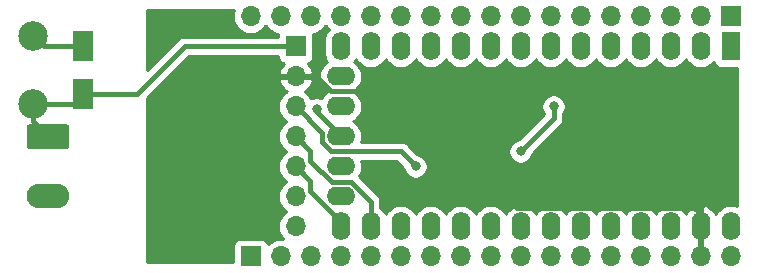
<source format=gbr>
G04 #@! TF.GenerationSoftware,KiCad,Pcbnew,(5.1.4)-1*
G04 #@! TF.CreationDate,2022-02-17T11:55:16+01:00*
G04 #@! TF.ProjectId,ItsyBitsy_BCU_Connector,49747379-4269-4747-9379-5f4243555f43,V01.00*
G04 #@! TF.SameCoordinates,Original*
G04 #@! TF.FileFunction,Copper,L2,Bot*
G04 #@! TF.FilePolarity,Positive*
%FSLAX46Y46*%
G04 Gerber Fmt 4.6, Leading zero omitted, Abs format (unit mm)*
G04 Created by KiCad (PCBNEW (5.1.4)-1) date 2022-02-17 11:55:16*
%MOMM*%
%LPD*%
G04 APERTURE LIST*
%ADD10O,1.700000X1.700000*%
%ADD11R,1.700000X1.700000*%
%ADD12O,3.600000X2.080000*%
%ADD13C,0.100000*%
%ADD14C,2.080000*%
%ADD15C,2.500000*%
%ADD16R,1.800000X2.500000*%
%ADD17O,2.400000X1.600000*%
%ADD18O,1.600000X2.400000*%
%ADD19R,1.600000X2.400000*%
%ADD20C,0.800000*%
%ADD21C,0.400000*%
%ADD22C,0.254000*%
G04 APERTURE END LIST*
D10*
X205740000Y-91440000D03*
X203200000Y-91440000D03*
X200660000Y-91440000D03*
X198120000Y-91440000D03*
X195580000Y-91440000D03*
X193040000Y-91440000D03*
X190500000Y-91440000D03*
X187960000Y-91440000D03*
X185420000Y-91440000D03*
X182880000Y-91440000D03*
X180340000Y-91440000D03*
X177800000Y-91440000D03*
X175260000Y-91440000D03*
X172720000Y-91440000D03*
X170180000Y-91440000D03*
X167640000Y-91440000D03*
D11*
X165100000Y-91440000D03*
D12*
X147955000Y-86360000D03*
D13*
G36*
X149529505Y-80241204D02*
G01*
X149553773Y-80244804D01*
X149577572Y-80250765D01*
X149600671Y-80259030D01*
X149622850Y-80269520D01*
X149643893Y-80282132D01*
X149663599Y-80296747D01*
X149681777Y-80313223D01*
X149698253Y-80331401D01*
X149712868Y-80351107D01*
X149725480Y-80372150D01*
X149735970Y-80394329D01*
X149744235Y-80417428D01*
X149750196Y-80441227D01*
X149753796Y-80465495D01*
X149755000Y-80489999D01*
X149755000Y-82070001D01*
X149753796Y-82094505D01*
X149750196Y-82118773D01*
X149744235Y-82142572D01*
X149735970Y-82165671D01*
X149725480Y-82187850D01*
X149712868Y-82208893D01*
X149698253Y-82228599D01*
X149681777Y-82246777D01*
X149663599Y-82263253D01*
X149643893Y-82277868D01*
X149622850Y-82290480D01*
X149600671Y-82300970D01*
X149577572Y-82309235D01*
X149553773Y-82315196D01*
X149529505Y-82318796D01*
X149505001Y-82320000D01*
X146404999Y-82320000D01*
X146380495Y-82318796D01*
X146356227Y-82315196D01*
X146332428Y-82309235D01*
X146309329Y-82300970D01*
X146287150Y-82290480D01*
X146266107Y-82277868D01*
X146246401Y-82263253D01*
X146228223Y-82246777D01*
X146211747Y-82228599D01*
X146197132Y-82208893D01*
X146184520Y-82187850D01*
X146174030Y-82165671D01*
X146165765Y-82142572D01*
X146159804Y-82118773D01*
X146156204Y-82094505D01*
X146155000Y-82070001D01*
X146155000Y-80489999D01*
X146156204Y-80465495D01*
X146159804Y-80441227D01*
X146165765Y-80417428D01*
X146174030Y-80394329D01*
X146184520Y-80372150D01*
X146197132Y-80351107D01*
X146211747Y-80331401D01*
X146228223Y-80313223D01*
X146246401Y-80296747D01*
X146266107Y-80282132D01*
X146287150Y-80269520D01*
X146309329Y-80259030D01*
X146332428Y-80250765D01*
X146356227Y-80244804D01*
X146380495Y-80241204D01*
X146404999Y-80240000D01*
X149505001Y-80240000D01*
X149529505Y-80241204D01*
X149529505Y-80241204D01*
G37*
D14*
X147955000Y-81280000D03*
D15*
X146666000Y-72746000D03*
X146666000Y-78496000D03*
D10*
X168910000Y-88900000D03*
X168910000Y-86360000D03*
X168910000Y-83820000D03*
X168910000Y-81280000D03*
X168910000Y-78740000D03*
X168910000Y-76200000D03*
D11*
X168910000Y-73660000D03*
D16*
X150876000Y-77660000D03*
X150876000Y-73660000D03*
D17*
X172720000Y-86360000D03*
X172720000Y-83820000D03*
X172720000Y-81280000D03*
X172720000Y-78740000D03*
X172720000Y-76200000D03*
D18*
X205740000Y-88900000D03*
X172720000Y-73660000D03*
X203200000Y-88900000D03*
X175260000Y-73660000D03*
X200660000Y-88900000D03*
X177800000Y-73660000D03*
X198120000Y-88900000D03*
X180340000Y-73660000D03*
X195580000Y-88900000D03*
X182880000Y-73660000D03*
X193040000Y-88900000D03*
X185420000Y-73660000D03*
X190500000Y-88900000D03*
X187960000Y-73660000D03*
X187960000Y-88900000D03*
X190500000Y-73660000D03*
X185420000Y-88900000D03*
X193040000Y-73660000D03*
X182880000Y-88900000D03*
X195580000Y-73660000D03*
X180340000Y-88900000D03*
X198120000Y-73660000D03*
X177800000Y-88900000D03*
X200660000Y-73660000D03*
X175260000Y-88900000D03*
X203200000Y-73660000D03*
X172720000Y-88900000D03*
D19*
X205740000Y-73660000D03*
D10*
X165100000Y-71120000D03*
X167640000Y-71120000D03*
X170180000Y-71120000D03*
X172720000Y-71120000D03*
X175260000Y-71120000D03*
X177800000Y-71120000D03*
X180340000Y-71120000D03*
X182880000Y-71120000D03*
X185420000Y-71120000D03*
X187960000Y-71120000D03*
X190500000Y-71120000D03*
X193040000Y-71120000D03*
X195580000Y-71120000D03*
X198120000Y-71120000D03*
X200660000Y-71120000D03*
X203200000Y-71120000D03*
D11*
X205740000Y-71120000D03*
D20*
X179070000Y-83820000D03*
X187960000Y-82550000D03*
X190754000Y-78740000D03*
X170688000Y-78994000D03*
X202946000Y-83058000D03*
X200406000Y-83021500D03*
X205486000Y-83021500D03*
X182880000Y-77470000D03*
X188595000Y-76835000D03*
X178435000Y-85725000D03*
X189230000Y-85090000D03*
X198120000Y-83185000D03*
X198120000Y-76835000D03*
X160020000Y-78740000D03*
X160020000Y-86995000D03*
X158115000Y-71755000D03*
X161290000Y-71755000D03*
X163830000Y-76835000D03*
X176530000Y-81280000D03*
X194310000Y-86360000D03*
X177165000Y-76835000D03*
D21*
X171119990Y-81777060D02*
X171892930Y-82550000D01*
X168910000Y-78740000D02*
X171119990Y-80949990D01*
X171119990Y-80949990D02*
X171119990Y-81777060D01*
X171892930Y-82550000D02*
X177800000Y-82550000D01*
X177800000Y-82550000D02*
X179070000Y-83820000D01*
X179070000Y-83820000D02*
X179070000Y-83820000D01*
X190754000Y-79756000D02*
X187960000Y-82550000D01*
X190754000Y-78740000D02*
X190754000Y-79756000D01*
X170688000Y-79248000D02*
X172720000Y-81280000D01*
X170688000Y-78994000D02*
X170688000Y-79248000D01*
X172720000Y-88500000D02*
X172720000Y-88900000D01*
X170160001Y-85940001D02*
X172720000Y-88500000D01*
X170160001Y-85070001D02*
X170160001Y-85940001D01*
X168910000Y-83820000D02*
X170160001Y-85070001D01*
X175260000Y-87300000D02*
X175260000Y-88900000D01*
X173617060Y-85159990D02*
X175260000Y-86802930D01*
X175260000Y-86802930D02*
X175260000Y-87300000D01*
X171962920Y-85159990D02*
X173617060Y-85159990D01*
X170160001Y-83357071D02*
X171962920Y-85159990D01*
X170160001Y-82530001D02*
X170160001Y-83357071D01*
X168910000Y-81280000D02*
X170160001Y-82530001D01*
X205486000Y-83021500D02*
X200406000Y-83021500D01*
X202946000Y-88646000D02*
X203200000Y-88900000D01*
X203200000Y-88500000D02*
X203200000Y-88900000D01*
X202615990Y-87299990D02*
X202946000Y-87630000D01*
X202946000Y-87630000D02*
X202946000Y-88646000D01*
X202946000Y-83058000D02*
X202946000Y-87630000D01*
X168910000Y-76200000D02*
X170622930Y-76200000D01*
X170622930Y-76200000D02*
X171892930Y-77470000D01*
X187629990Y-87299990D02*
X202615990Y-87299990D01*
X171892930Y-77470000D02*
X177800000Y-77470000D01*
X177800000Y-77470000D02*
X187629990Y-87299990D01*
X147580000Y-73660000D02*
X146666000Y-72746000D01*
X150876000Y-73660000D02*
X147580000Y-73660000D01*
X150876000Y-77660000D02*
X150876000Y-78486000D01*
X168910000Y-73660000D02*
X159512000Y-73660000D01*
X155512000Y-77660000D02*
X150876000Y-77660000D01*
X159512000Y-73660000D02*
X155512000Y-77660000D01*
X150040000Y-78496000D02*
X150876000Y-77660000D01*
X146666000Y-78496000D02*
X150040000Y-78496000D01*
X146666000Y-79991000D02*
X147955000Y-81280000D01*
X146666000Y-78496000D02*
X146666000Y-79991000D01*
D22*
G36*
X171479294Y-71949014D02*
G01*
X171664866Y-72175134D01*
X171722388Y-72222341D01*
X171700393Y-72240392D01*
X171521068Y-72458899D01*
X171387818Y-72708192D01*
X171305764Y-72978691D01*
X171285000Y-73189508D01*
X171285000Y-74130491D01*
X171305764Y-74341308D01*
X171387818Y-74611807D01*
X171521068Y-74861100D01*
X171600251Y-74957585D01*
X171518899Y-75001068D01*
X171300392Y-75180392D01*
X171121068Y-75398899D01*
X170987818Y-75648192D01*
X170905764Y-75918691D01*
X170878057Y-76200000D01*
X170905764Y-76481309D01*
X170987818Y-76751808D01*
X171121068Y-77001101D01*
X171300392Y-77219608D01*
X171518899Y-77398932D01*
X171651858Y-77470000D01*
X171518899Y-77541068D01*
X171300392Y-77720392D01*
X171121068Y-77938899D01*
X171071088Y-78032404D01*
X170989898Y-77998774D01*
X170789939Y-77959000D01*
X170586061Y-77959000D01*
X170386102Y-77998774D01*
X170231794Y-78062691D01*
X170150706Y-77910986D01*
X169965134Y-77684866D01*
X169739014Y-77499294D01*
X169674477Y-77464799D01*
X169791355Y-77395178D01*
X170007588Y-77200269D01*
X170181641Y-76966920D01*
X170306825Y-76704099D01*
X170351476Y-76556890D01*
X170230155Y-76327000D01*
X169037000Y-76327000D01*
X169037000Y-76347000D01*
X168783000Y-76347000D01*
X168783000Y-76327000D01*
X167589845Y-76327000D01*
X167468524Y-76556890D01*
X167513175Y-76704099D01*
X167638359Y-76966920D01*
X167812412Y-77200269D01*
X168028645Y-77395178D01*
X168145523Y-77464799D01*
X168080986Y-77499294D01*
X167854866Y-77684866D01*
X167669294Y-77910986D01*
X167531401Y-78168966D01*
X167446487Y-78448889D01*
X167417815Y-78740000D01*
X167446487Y-79031111D01*
X167531401Y-79311034D01*
X167669294Y-79569014D01*
X167854866Y-79795134D01*
X168080986Y-79980706D01*
X168135791Y-80010000D01*
X168080986Y-80039294D01*
X167854866Y-80224866D01*
X167669294Y-80450986D01*
X167531401Y-80708966D01*
X167446487Y-80988889D01*
X167417815Y-81280000D01*
X167446487Y-81571111D01*
X167531401Y-81851034D01*
X167669294Y-82109014D01*
X167854866Y-82335134D01*
X168080986Y-82520706D01*
X168135791Y-82550000D01*
X168080986Y-82579294D01*
X167854866Y-82764866D01*
X167669294Y-82990986D01*
X167531401Y-83248966D01*
X167446487Y-83528889D01*
X167417815Y-83820000D01*
X167446487Y-84111111D01*
X167531401Y-84391034D01*
X167669294Y-84649014D01*
X167854866Y-84875134D01*
X168080986Y-85060706D01*
X168135791Y-85090000D01*
X168080986Y-85119294D01*
X167854866Y-85304866D01*
X167669294Y-85530986D01*
X167531401Y-85788966D01*
X167446487Y-86068889D01*
X167417815Y-86360000D01*
X167446487Y-86651111D01*
X167531401Y-86931034D01*
X167669294Y-87189014D01*
X167854866Y-87415134D01*
X168080986Y-87600706D01*
X168135791Y-87630000D01*
X168080986Y-87659294D01*
X167854866Y-87844866D01*
X167669294Y-88070986D01*
X167531401Y-88328966D01*
X167446487Y-88608889D01*
X167417815Y-88900000D01*
X167446487Y-89191111D01*
X167531401Y-89471034D01*
X167669294Y-89729014D01*
X167854866Y-89955134D01*
X167874035Y-89970865D01*
X167712950Y-89955000D01*
X167567050Y-89955000D01*
X167348889Y-89976487D01*
X167068966Y-90061401D01*
X166810986Y-90199294D01*
X166584866Y-90384866D01*
X166560393Y-90414687D01*
X166539502Y-90345820D01*
X166480537Y-90235506D01*
X166401185Y-90138815D01*
X166304494Y-90059463D01*
X166194180Y-90000498D01*
X166074482Y-89964188D01*
X165950000Y-89951928D01*
X164250000Y-89951928D01*
X164125518Y-89964188D01*
X164005820Y-90000498D01*
X163895506Y-90059463D01*
X163798815Y-90138815D01*
X163719463Y-90235506D01*
X163660498Y-90345820D01*
X163624188Y-90465518D01*
X163611928Y-90590000D01*
X163611928Y-91948000D01*
X156337000Y-91948000D01*
X156337000Y-78015867D01*
X159857868Y-74495000D01*
X167421928Y-74495000D01*
X167421928Y-74510000D01*
X167434188Y-74634482D01*
X167470498Y-74754180D01*
X167529463Y-74864494D01*
X167608815Y-74961185D01*
X167705506Y-75040537D01*
X167815820Y-75099502D01*
X167896466Y-75123966D01*
X167812412Y-75199731D01*
X167638359Y-75433080D01*
X167513175Y-75695901D01*
X167468524Y-75843110D01*
X167589845Y-76073000D01*
X168783000Y-76073000D01*
X168783000Y-76053000D01*
X169037000Y-76053000D01*
X169037000Y-76073000D01*
X170230155Y-76073000D01*
X170351476Y-75843110D01*
X170306825Y-75695901D01*
X170181641Y-75433080D01*
X170007588Y-75199731D01*
X169923534Y-75123966D01*
X170004180Y-75099502D01*
X170114494Y-75040537D01*
X170211185Y-74961185D01*
X170290537Y-74864494D01*
X170349502Y-74754180D01*
X170385812Y-74634482D01*
X170398072Y-74510000D01*
X170398072Y-72810000D01*
X170385812Y-72685518D01*
X170358241Y-72594630D01*
X170471111Y-72583513D01*
X170751034Y-72498599D01*
X171009014Y-72360706D01*
X171235134Y-72175134D01*
X171420706Y-71949014D01*
X171450000Y-71894209D01*
X171479294Y-71949014D01*
X171479294Y-71949014D01*
G37*
X171479294Y-71949014D02*
X171664866Y-72175134D01*
X171722388Y-72222341D01*
X171700393Y-72240392D01*
X171521068Y-72458899D01*
X171387818Y-72708192D01*
X171305764Y-72978691D01*
X171285000Y-73189508D01*
X171285000Y-74130491D01*
X171305764Y-74341308D01*
X171387818Y-74611807D01*
X171521068Y-74861100D01*
X171600251Y-74957585D01*
X171518899Y-75001068D01*
X171300392Y-75180392D01*
X171121068Y-75398899D01*
X170987818Y-75648192D01*
X170905764Y-75918691D01*
X170878057Y-76200000D01*
X170905764Y-76481309D01*
X170987818Y-76751808D01*
X171121068Y-77001101D01*
X171300392Y-77219608D01*
X171518899Y-77398932D01*
X171651858Y-77470000D01*
X171518899Y-77541068D01*
X171300392Y-77720392D01*
X171121068Y-77938899D01*
X171071088Y-78032404D01*
X170989898Y-77998774D01*
X170789939Y-77959000D01*
X170586061Y-77959000D01*
X170386102Y-77998774D01*
X170231794Y-78062691D01*
X170150706Y-77910986D01*
X169965134Y-77684866D01*
X169739014Y-77499294D01*
X169674477Y-77464799D01*
X169791355Y-77395178D01*
X170007588Y-77200269D01*
X170181641Y-76966920D01*
X170306825Y-76704099D01*
X170351476Y-76556890D01*
X170230155Y-76327000D01*
X169037000Y-76327000D01*
X169037000Y-76347000D01*
X168783000Y-76347000D01*
X168783000Y-76327000D01*
X167589845Y-76327000D01*
X167468524Y-76556890D01*
X167513175Y-76704099D01*
X167638359Y-76966920D01*
X167812412Y-77200269D01*
X168028645Y-77395178D01*
X168145523Y-77464799D01*
X168080986Y-77499294D01*
X167854866Y-77684866D01*
X167669294Y-77910986D01*
X167531401Y-78168966D01*
X167446487Y-78448889D01*
X167417815Y-78740000D01*
X167446487Y-79031111D01*
X167531401Y-79311034D01*
X167669294Y-79569014D01*
X167854866Y-79795134D01*
X168080986Y-79980706D01*
X168135791Y-80010000D01*
X168080986Y-80039294D01*
X167854866Y-80224866D01*
X167669294Y-80450986D01*
X167531401Y-80708966D01*
X167446487Y-80988889D01*
X167417815Y-81280000D01*
X167446487Y-81571111D01*
X167531401Y-81851034D01*
X167669294Y-82109014D01*
X167854866Y-82335134D01*
X168080986Y-82520706D01*
X168135791Y-82550000D01*
X168080986Y-82579294D01*
X167854866Y-82764866D01*
X167669294Y-82990986D01*
X167531401Y-83248966D01*
X167446487Y-83528889D01*
X167417815Y-83820000D01*
X167446487Y-84111111D01*
X167531401Y-84391034D01*
X167669294Y-84649014D01*
X167854866Y-84875134D01*
X168080986Y-85060706D01*
X168135791Y-85090000D01*
X168080986Y-85119294D01*
X167854866Y-85304866D01*
X167669294Y-85530986D01*
X167531401Y-85788966D01*
X167446487Y-86068889D01*
X167417815Y-86360000D01*
X167446487Y-86651111D01*
X167531401Y-86931034D01*
X167669294Y-87189014D01*
X167854866Y-87415134D01*
X168080986Y-87600706D01*
X168135791Y-87630000D01*
X168080986Y-87659294D01*
X167854866Y-87844866D01*
X167669294Y-88070986D01*
X167531401Y-88328966D01*
X167446487Y-88608889D01*
X167417815Y-88900000D01*
X167446487Y-89191111D01*
X167531401Y-89471034D01*
X167669294Y-89729014D01*
X167854866Y-89955134D01*
X167874035Y-89970865D01*
X167712950Y-89955000D01*
X167567050Y-89955000D01*
X167348889Y-89976487D01*
X167068966Y-90061401D01*
X166810986Y-90199294D01*
X166584866Y-90384866D01*
X166560393Y-90414687D01*
X166539502Y-90345820D01*
X166480537Y-90235506D01*
X166401185Y-90138815D01*
X166304494Y-90059463D01*
X166194180Y-90000498D01*
X166074482Y-89964188D01*
X165950000Y-89951928D01*
X164250000Y-89951928D01*
X164125518Y-89964188D01*
X164005820Y-90000498D01*
X163895506Y-90059463D01*
X163798815Y-90138815D01*
X163719463Y-90235506D01*
X163660498Y-90345820D01*
X163624188Y-90465518D01*
X163611928Y-90590000D01*
X163611928Y-91948000D01*
X156337000Y-91948000D01*
X156337000Y-78015867D01*
X159857868Y-74495000D01*
X167421928Y-74495000D01*
X167421928Y-74510000D01*
X167434188Y-74634482D01*
X167470498Y-74754180D01*
X167529463Y-74864494D01*
X167608815Y-74961185D01*
X167705506Y-75040537D01*
X167815820Y-75099502D01*
X167896466Y-75123966D01*
X167812412Y-75199731D01*
X167638359Y-75433080D01*
X167513175Y-75695901D01*
X167468524Y-75843110D01*
X167589845Y-76073000D01*
X168783000Y-76073000D01*
X168783000Y-76053000D01*
X169037000Y-76053000D01*
X169037000Y-76073000D01*
X170230155Y-76073000D01*
X170351476Y-75843110D01*
X170306825Y-75695901D01*
X170181641Y-75433080D01*
X170007588Y-75199731D01*
X169923534Y-75123966D01*
X170004180Y-75099502D01*
X170114494Y-75040537D01*
X170211185Y-74961185D01*
X170290537Y-74864494D01*
X170349502Y-74754180D01*
X170385812Y-74634482D01*
X170398072Y-74510000D01*
X170398072Y-72810000D01*
X170385812Y-72685518D01*
X170358241Y-72594630D01*
X170471111Y-72583513D01*
X170751034Y-72498599D01*
X171009014Y-72360706D01*
X171235134Y-72175134D01*
X171420706Y-71949014D01*
X171450000Y-71894209D01*
X171479294Y-71949014D01*
G36*
X202001068Y-74861100D02*
G01*
X202180392Y-75079607D01*
X202398899Y-75258932D01*
X202648192Y-75392182D01*
X202918691Y-75474236D01*
X203200000Y-75501943D01*
X203481308Y-75474236D01*
X203751807Y-75392182D01*
X204001100Y-75258932D01*
X204219607Y-75079608D01*
X204312419Y-74966517D01*
X204314188Y-74984482D01*
X204350498Y-75104180D01*
X204409463Y-75214494D01*
X204488815Y-75311185D01*
X204585506Y-75390537D01*
X204695820Y-75449502D01*
X204815518Y-75485812D01*
X204940000Y-75498072D01*
X206248000Y-75498072D01*
X206248000Y-87154529D01*
X206021309Y-87085764D01*
X205740000Y-87058057D01*
X205458692Y-87085764D01*
X205188193Y-87167818D01*
X204938900Y-87301068D01*
X204720393Y-87480392D01*
X204541068Y-87698899D01*
X204472735Y-87826741D01*
X204322601Y-87597161D01*
X204124895Y-87395500D01*
X203891646Y-87236285D01*
X203631818Y-87125633D01*
X203549039Y-87108096D01*
X203327000Y-87230085D01*
X203327000Y-88773000D01*
X203347000Y-88773000D01*
X203347000Y-89027000D01*
X203327000Y-89027000D01*
X203327000Y-91313000D01*
X203347000Y-91313000D01*
X203347000Y-91567000D01*
X203327000Y-91567000D01*
X203327000Y-91587000D01*
X203073000Y-91587000D01*
X203073000Y-91567000D01*
X203053000Y-91567000D01*
X203053000Y-91313000D01*
X203073000Y-91313000D01*
X203073000Y-89027000D01*
X203053000Y-89027000D01*
X203053000Y-88773000D01*
X203073000Y-88773000D01*
X203073000Y-87230085D01*
X202850961Y-87108096D01*
X202768182Y-87125633D01*
X202508354Y-87236285D01*
X202275105Y-87395500D01*
X202077399Y-87597161D01*
X201927265Y-87826741D01*
X201858932Y-87698899D01*
X201679608Y-87480392D01*
X201461101Y-87301068D01*
X201211808Y-87167818D01*
X200941309Y-87085764D01*
X200660000Y-87058057D01*
X200378692Y-87085764D01*
X200108193Y-87167818D01*
X199858900Y-87301068D01*
X199640393Y-87480392D01*
X199461068Y-87698899D01*
X199390000Y-87831858D01*
X199318932Y-87698899D01*
X199139608Y-87480392D01*
X198921101Y-87301068D01*
X198671808Y-87167818D01*
X198401309Y-87085764D01*
X198120000Y-87058057D01*
X197838692Y-87085764D01*
X197568193Y-87167818D01*
X197318900Y-87301068D01*
X197100393Y-87480392D01*
X196921068Y-87698899D01*
X196850000Y-87831858D01*
X196778932Y-87698899D01*
X196599608Y-87480392D01*
X196381101Y-87301068D01*
X196131808Y-87167818D01*
X195861309Y-87085764D01*
X195580000Y-87058057D01*
X195298692Y-87085764D01*
X195028193Y-87167818D01*
X194778900Y-87301068D01*
X194560393Y-87480392D01*
X194381068Y-87698899D01*
X194310000Y-87831858D01*
X194238932Y-87698899D01*
X194059608Y-87480392D01*
X193841101Y-87301068D01*
X193591808Y-87167818D01*
X193321309Y-87085764D01*
X193040000Y-87058057D01*
X192758692Y-87085764D01*
X192488193Y-87167818D01*
X192238900Y-87301068D01*
X192020393Y-87480392D01*
X191841068Y-87698899D01*
X191770000Y-87831858D01*
X191698932Y-87698899D01*
X191519608Y-87480392D01*
X191301101Y-87301068D01*
X191051808Y-87167818D01*
X190781309Y-87085764D01*
X190500000Y-87058057D01*
X190218692Y-87085764D01*
X189948193Y-87167818D01*
X189698900Y-87301068D01*
X189480393Y-87480392D01*
X189301068Y-87698899D01*
X189230000Y-87831858D01*
X189158932Y-87698899D01*
X188979608Y-87480392D01*
X188761101Y-87301068D01*
X188511808Y-87167818D01*
X188241309Y-87085764D01*
X187960000Y-87058057D01*
X187678692Y-87085764D01*
X187408193Y-87167818D01*
X187158900Y-87301068D01*
X186940393Y-87480392D01*
X186761068Y-87698899D01*
X186690000Y-87831858D01*
X186618932Y-87698899D01*
X186439608Y-87480392D01*
X186221101Y-87301068D01*
X185971808Y-87167818D01*
X185701309Y-87085764D01*
X185420000Y-87058057D01*
X185138692Y-87085764D01*
X184868193Y-87167818D01*
X184618900Y-87301068D01*
X184400393Y-87480392D01*
X184221068Y-87698899D01*
X184150000Y-87831858D01*
X184078932Y-87698899D01*
X183899608Y-87480392D01*
X183681101Y-87301068D01*
X183431808Y-87167818D01*
X183161309Y-87085764D01*
X182880000Y-87058057D01*
X182598692Y-87085764D01*
X182328193Y-87167818D01*
X182078900Y-87301068D01*
X181860393Y-87480392D01*
X181681068Y-87698899D01*
X181610000Y-87831858D01*
X181538932Y-87698899D01*
X181359608Y-87480392D01*
X181141101Y-87301068D01*
X180891808Y-87167818D01*
X180621309Y-87085764D01*
X180340000Y-87058057D01*
X180058692Y-87085764D01*
X179788193Y-87167818D01*
X179538900Y-87301068D01*
X179320393Y-87480392D01*
X179141068Y-87698899D01*
X179070000Y-87831858D01*
X178998932Y-87698899D01*
X178819608Y-87480392D01*
X178601101Y-87301068D01*
X178351808Y-87167818D01*
X178081309Y-87085764D01*
X177800000Y-87058057D01*
X177518692Y-87085764D01*
X177248193Y-87167818D01*
X176998900Y-87301068D01*
X176780393Y-87480392D01*
X176601068Y-87698899D01*
X176530000Y-87831858D01*
X176458932Y-87698899D01*
X176279608Y-87480392D01*
X176095000Y-87328888D01*
X176095000Y-86843948D01*
X176099040Y-86802929D01*
X176082918Y-86639241D01*
X176035172Y-86481843D01*
X175957636Y-86336784D01*
X175895513Y-86261087D01*
X175853291Y-86209639D01*
X175821428Y-86183490D01*
X174291935Y-84653997D01*
X174318932Y-84621101D01*
X174452182Y-84371808D01*
X174534236Y-84101309D01*
X174561943Y-83820000D01*
X174534236Y-83538691D01*
X174487615Y-83385000D01*
X177454133Y-83385000D01*
X178045908Y-83976775D01*
X178074774Y-84121898D01*
X178152795Y-84310256D01*
X178266063Y-84479774D01*
X178410226Y-84623937D01*
X178579744Y-84737205D01*
X178768102Y-84815226D01*
X178968061Y-84855000D01*
X179171939Y-84855000D01*
X179371898Y-84815226D01*
X179560256Y-84737205D01*
X179729774Y-84623937D01*
X179873937Y-84479774D01*
X179987205Y-84310256D01*
X180065226Y-84121898D01*
X180105000Y-83921939D01*
X180105000Y-83718061D01*
X180065226Y-83518102D01*
X179987205Y-83329744D01*
X179873937Y-83160226D01*
X179729774Y-83016063D01*
X179560256Y-82902795D01*
X179371898Y-82824774D01*
X179226775Y-82795908D01*
X178878928Y-82448061D01*
X186925000Y-82448061D01*
X186925000Y-82651939D01*
X186964774Y-82851898D01*
X187042795Y-83040256D01*
X187156063Y-83209774D01*
X187300226Y-83353937D01*
X187469744Y-83467205D01*
X187658102Y-83545226D01*
X187858061Y-83585000D01*
X188061939Y-83585000D01*
X188261898Y-83545226D01*
X188450256Y-83467205D01*
X188619774Y-83353937D01*
X188763937Y-83209774D01*
X188877205Y-83040256D01*
X188955226Y-82851898D01*
X188984093Y-82706775D01*
X191315432Y-80375437D01*
X191347291Y-80349291D01*
X191420249Y-80260392D01*
X191451636Y-80222146D01*
X191529172Y-80077087D01*
X191569047Y-79945636D01*
X191576918Y-79919689D01*
X191589000Y-79797019D01*
X191589000Y-79797018D01*
X191593040Y-79756000D01*
X191589000Y-79714982D01*
X191589000Y-79353285D01*
X191671205Y-79230256D01*
X191749226Y-79041898D01*
X191789000Y-78841939D01*
X191789000Y-78638061D01*
X191749226Y-78438102D01*
X191671205Y-78249744D01*
X191557937Y-78080226D01*
X191413774Y-77936063D01*
X191244256Y-77822795D01*
X191055898Y-77744774D01*
X190855939Y-77705000D01*
X190652061Y-77705000D01*
X190452102Y-77744774D01*
X190263744Y-77822795D01*
X190094226Y-77936063D01*
X189950063Y-78080226D01*
X189836795Y-78249744D01*
X189758774Y-78438102D01*
X189719000Y-78638061D01*
X189719000Y-78841939D01*
X189758774Y-79041898D01*
X189836795Y-79230256D01*
X189919001Y-79353286D01*
X189919001Y-79410131D01*
X187803225Y-81525907D01*
X187658102Y-81554774D01*
X187469744Y-81632795D01*
X187300226Y-81746063D01*
X187156063Y-81890226D01*
X187042795Y-82059744D01*
X186964774Y-82248102D01*
X186925000Y-82448061D01*
X178878928Y-82448061D01*
X178419446Y-81988579D01*
X178393291Y-81956709D01*
X178266146Y-81852364D01*
X178121087Y-81774828D01*
X177963689Y-81727082D01*
X177841019Y-81715000D01*
X177841018Y-81715000D01*
X177800000Y-81710960D01*
X177758982Y-81715000D01*
X174487615Y-81715000D01*
X174534236Y-81561309D01*
X174561943Y-81280000D01*
X174534236Y-80998691D01*
X174452182Y-80728192D01*
X174318932Y-80478899D01*
X174139608Y-80260392D01*
X173921101Y-80081068D01*
X173788142Y-80010000D01*
X173921101Y-79938932D01*
X174139608Y-79759608D01*
X174318932Y-79541101D01*
X174452182Y-79291808D01*
X174534236Y-79021309D01*
X174561943Y-78740000D01*
X174534236Y-78458691D01*
X174452182Y-78188192D01*
X174318932Y-77938899D01*
X174139608Y-77720392D01*
X173921101Y-77541068D01*
X173788142Y-77470000D01*
X173921101Y-77398932D01*
X174139608Y-77219608D01*
X174318932Y-77001101D01*
X174452182Y-76751808D01*
X174534236Y-76481309D01*
X174561943Y-76200000D01*
X174534236Y-75918691D01*
X174452182Y-75648192D01*
X174318932Y-75398899D01*
X174139608Y-75180392D01*
X173921101Y-75001068D01*
X173839749Y-74957585D01*
X173918932Y-74861101D01*
X173990000Y-74728142D01*
X174061068Y-74861100D01*
X174240392Y-75079607D01*
X174458899Y-75258932D01*
X174708192Y-75392182D01*
X174978691Y-75474236D01*
X175260000Y-75501943D01*
X175541308Y-75474236D01*
X175811807Y-75392182D01*
X176061100Y-75258932D01*
X176279607Y-75079608D01*
X176458932Y-74861101D01*
X176530000Y-74728142D01*
X176601068Y-74861100D01*
X176780392Y-75079607D01*
X176998899Y-75258932D01*
X177248192Y-75392182D01*
X177518691Y-75474236D01*
X177800000Y-75501943D01*
X178081308Y-75474236D01*
X178351807Y-75392182D01*
X178601100Y-75258932D01*
X178819607Y-75079608D01*
X178998932Y-74861101D01*
X179070000Y-74728142D01*
X179141068Y-74861100D01*
X179320392Y-75079607D01*
X179538899Y-75258932D01*
X179788192Y-75392182D01*
X180058691Y-75474236D01*
X180340000Y-75501943D01*
X180621308Y-75474236D01*
X180891807Y-75392182D01*
X181141100Y-75258932D01*
X181359607Y-75079608D01*
X181538932Y-74861101D01*
X181610000Y-74728142D01*
X181681068Y-74861100D01*
X181860392Y-75079607D01*
X182078899Y-75258932D01*
X182328192Y-75392182D01*
X182598691Y-75474236D01*
X182880000Y-75501943D01*
X183161308Y-75474236D01*
X183431807Y-75392182D01*
X183681100Y-75258932D01*
X183899607Y-75079608D01*
X184078932Y-74861101D01*
X184150000Y-74728142D01*
X184221068Y-74861100D01*
X184400392Y-75079607D01*
X184618899Y-75258932D01*
X184868192Y-75392182D01*
X185138691Y-75474236D01*
X185420000Y-75501943D01*
X185701308Y-75474236D01*
X185971807Y-75392182D01*
X186221100Y-75258932D01*
X186439607Y-75079608D01*
X186618932Y-74861101D01*
X186690000Y-74728142D01*
X186761068Y-74861100D01*
X186940392Y-75079607D01*
X187158899Y-75258932D01*
X187408192Y-75392182D01*
X187678691Y-75474236D01*
X187960000Y-75501943D01*
X188241308Y-75474236D01*
X188511807Y-75392182D01*
X188761100Y-75258932D01*
X188979607Y-75079608D01*
X189158932Y-74861101D01*
X189230000Y-74728142D01*
X189301068Y-74861100D01*
X189480392Y-75079607D01*
X189698899Y-75258932D01*
X189948192Y-75392182D01*
X190218691Y-75474236D01*
X190500000Y-75501943D01*
X190781308Y-75474236D01*
X191051807Y-75392182D01*
X191301100Y-75258932D01*
X191519607Y-75079608D01*
X191698932Y-74861101D01*
X191770000Y-74728142D01*
X191841068Y-74861100D01*
X192020392Y-75079607D01*
X192238899Y-75258932D01*
X192488192Y-75392182D01*
X192758691Y-75474236D01*
X193040000Y-75501943D01*
X193321308Y-75474236D01*
X193591807Y-75392182D01*
X193841100Y-75258932D01*
X194059607Y-75079608D01*
X194238932Y-74861101D01*
X194310000Y-74728142D01*
X194381068Y-74861100D01*
X194560392Y-75079607D01*
X194778899Y-75258932D01*
X195028192Y-75392182D01*
X195298691Y-75474236D01*
X195580000Y-75501943D01*
X195861308Y-75474236D01*
X196131807Y-75392182D01*
X196381100Y-75258932D01*
X196599607Y-75079608D01*
X196778932Y-74861101D01*
X196850000Y-74728142D01*
X196921068Y-74861100D01*
X197100392Y-75079607D01*
X197318899Y-75258932D01*
X197568192Y-75392182D01*
X197838691Y-75474236D01*
X198120000Y-75501943D01*
X198401308Y-75474236D01*
X198671807Y-75392182D01*
X198921100Y-75258932D01*
X199139607Y-75079608D01*
X199318932Y-74861101D01*
X199390000Y-74728142D01*
X199461068Y-74861100D01*
X199640392Y-75079607D01*
X199858899Y-75258932D01*
X200108192Y-75392182D01*
X200378691Y-75474236D01*
X200660000Y-75501943D01*
X200941308Y-75474236D01*
X201211807Y-75392182D01*
X201461100Y-75258932D01*
X201679607Y-75079608D01*
X201858932Y-74861101D01*
X201930000Y-74728142D01*
X202001068Y-74861100D01*
X202001068Y-74861100D01*
G37*
X202001068Y-74861100D02*
X202180392Y-75079607D01*
X202398899Y-75258932D01*
X202648192Y-75392182D01*
X202918691Y-75474236D01*
X203200000Y-75501943D01*
X203481308Y-75474236D01*
X203751807Y-75392182D01*
X204001100Y-75258932D01*
X204219607Y-75079608D01*
X204312419Y-74966517D01*
X204314188Y-74984482D01*
X204350498Y-75104180D01*
X204409463Y-75214494D01*
X204488815Y-75311185D01*
X204585506Y-75390537D01*
X204695820Y-75449502D01*
X204815518Y-75485812D01*
X204940000Y-75498072D01*
X206248000Y-75498072D01*
X206248000Y-87154529D01*
X206021309Y-87085764D01*
X205740000Y-87058057D01*
X205458692Y-87085764D01*
X205188193Y-87167818D01*
X204938900Y-87301068D01*
X204720393Y-87480392D01*
X204541068Y-87698899D01*
X204472735Y-87826741D01*
X204322601Y-87597161D01*
X204124895Y-87395500D01*
X203891646Y-87236285D01*
X203631818Y-87125633D01*
X203549039Y-87108096D01*
X203327000Y-87230085D01*
X203327000Y-88773000D01*
X203347000Y-88773000D01*
X203347000Y-89027000D01*
X203327000Y-89027000D01*
X203327000Y-91313000D01*
X203347000Y-91313000D01*
X203347000Y-91567000D01*
X203327000Y-91567000D01*
X203327000Y-91587000D01*
X203073000Y-91587000D01*
X203073000Y-91567000D01*
X203053000Y-91567000D01*
X203053000Y-91313000D01*
X203073000Y-91313000D01*
X203073000Y-89027000D01*
X203053000Y-89027000D01*
X203053000Y-88773000D01*
X203073000Y-88773000D01*
X203073000Y-87230085D01*
X202850961Y-87108096D01*
X202768182Y-87125633D01*
X202508354Y-87236285D01*
X202275105Y-87395500D01*
X202077399Y-87597161D01*
X201927265Y-87826741D01*
X201858932Y-87698899D01*
X201679608Y-87480392D01*
X201461101Y-87301068D01*
X201211808Y-87167818D01*
X200941309Y-87085764D01*
X200660000Y-87058057D01*
X200378692Y-87085764D01*
X200108193Y-87167818D01*
X199858900Y-87301068D01*
X199640393Y-87480392D01*
X199461068Y-87698899D01*
X199390000Y-87831858D01*
X199318932Y-87698899D01*
X199139608Y-87480392D01*
X198921101Y-87301068D01*
X198671808Y-87167818D01*
X198401309Y-87085764D01*
X198120000Y-87058057D01*
X197838692Y-87085764D01*
X197568193Y-87167818D01*
X197318900Y-87301068D01*
X197100393Y-87480392D01*
X196921068Y-87698899D01*
X196850000Y-87831858D01*
X196778932Y-87698899D01*
X196599608Y-87480392D01*
X196381101Y-87301068D01*
X196131808Y-87167818D01*
X195861309Y-87085764D01*
X195580000Y-87058057D01*
X195298692Y-87085764D01*
X195028193Y-87167818D01*
X194778900Y-87301068D01*
X194560393Y-87480392D01*
X194381068Y-87698899D01*
X194310000Y-87831858D01*
X194238932Y-87698899D01*
X194059608Y-87480392D01*
X193841101Y-87301068D01*
X193591808Y-87167818D01*
X193321309Y-87085764D01*
X193040000Y-87058057D01*
X192758692Y-87085764D01*
X192488193Y-87167818D01*
X192238900Y-87301068D01*
X192020393Y-87480392D01*
X191841068Y-87698899D01*
X191770000Y-87831858D01*
X191698932Y-87698899D01*
X191519608Y-87480392D01*
X191301101Y-87301068D01*
X191051808Y-87167818D01*
X190781309Y-87085764D01*
X190500000Y-87058057D01*
X190218692Y-87085764D01*
X189948193Y-87167818D01*
X189698900Y-87301068D01*
X189480393Y-87480392D01*
X189301068Y-87698899D01*
X189230000Y-87831858D01*
X189158932Y-87698899D01*
X188979608Y-87480392D01*
X188761101Y-87301068D01*
X188511808Y-87167818D01*
X188241309Y-87085764D01*
X187960000Y-87058057D01*
X187678692Y-87085764D01*
X187408193Y-87167818D01*
X187158900Y-87301068D01*
X186940393Y-87480392D01*
X186761068Y-87698899D01*
X186690000Y-87831858D01*
X186618932Y-87698899D01*
X186439608Y-87480392D01*
X186221101Y-87301068D01*
X185971808Y-87167818D01*
X185701309Y-87085764D01*
X185420000Y-87058057D01*
X185138692Y-87085764D01*
X184868193Y-87167818D01*
X184618900Y-87301068D01*
X184400393Y-87480392D01*
X184221068Y-87698899D01*
X184150000Y-87831858D01*
X184078932Y-87698899D01*
X183899608Y-87480392D01*
X183681101Y-87301068D01*
X183431808Y-87167818D01*
X183161309Y-87085764D01*
X182880000Y-87058057D01*
X182598692Y-87085764D01*
X182328193Y-87167818D01*
X182078900Y-87301068D01*
X181860393Y-87480392D01*
X181681068Y-87698899D01*
X181610000Y-87831858D01*
X181538932Y-87698899D01*
X181359608Y-87480392D01*
X181141101Y-87301068D01*
X180891808Y-87167818D01*
X180621309Y-87085764D01*
X180340000Y-87058057D01*
X180058692Y-87085764D01*
X179788193Y-87167818D01*
X179538900Y-87301068D01*
X179320393Y-87480392D01*
X179141068Y-87698899D01*
X179070000Y-87831858D01*
X178998932Y-87698899D01*
X178819608Y-87480392D01*
X178601101Y-87301068D01*
X178351808Y-87167818D01*
X178081309Y-87085764D01*
X177800000Y-87058057D01*
X177518692Y-87085764D01*
X177248193Y-87167818D01*
X176998900Y-87301068D01*
X176780393Y-87480392D01*
X176601068Y-87698899D01*
X176530000Y-87831858D01*
X176458932Y-87698899D01*
X176279608Y-87480392D01*
X176095000Y-87328888D01*
X176095000Y-86843948D01*
X176099040Y-86802929D01*
X176082918Y-86639241D01*
X176035172Y-86481843D01*
X175957636Y-86336784D01*
X175895513Y-86261087D01*
X175853291Y-86209639D01*
X175821428Y-86183490D01*
X174291935Y-84653997D01*
X174318932Y-84621101D01*
X174452182Y-84371808D01*
X174534236Y-84101309D01*
X174561943Y-83820000D01*
X174534236Y-83538691D01*
X174487615Y-83385000D01*
X177454133Y-83385000D01*
X178045908Y-83976775D01*
X178074774Y-84121898D01*
X178152795Y-84310256D01*
X178266063Y-84479774D01*
X178410226Y-84623937D01*
X178579744Y-84737205D01*
X178768102Y-84815226D01*
X178968061Y-84855000D01*
X179171939Y-84855000D01*
X179371898Y-84815226D01*
X179560256Y-84737205D01*
X179729774Y-84623937D01*
X179873937Y-84479774D01*
X179987205Y-84310256D01*
X180065226Y-84121898D01*
X180105000Y-83921939D01*
X180105000Y-83718061D01*
X180065226Y-83518102D01*
X179987205Y-83329744D01*
X179873937Y-83160226D01*
X179729774Y-83016063D01*
X179560256Y-82902795D01*
X179371898Y-82824774D01*
X179226775Y-82795908D01*
X178878928Y-82448061D01*
X186925000Y-82448061D01*
X186925000Y-82651939D01*
X186964774Y-82851898D01*
X187042795Y-83040256D01*
X187156063Y-83209774D01*
X187300226Y-83353937D01*
X187469744Y-83467205D01*
X187658102Y-83545226D01*
X187858061Y-83585000D01*
X188061939Y-83585000D01*
X188261898Y-83545226D01*
X188450256Y-83467205D01*
X188619774Y-83353937D01*
X188763937Y-83209774D01*
X188877205Y-83040256D01*
X188955226Y-82851898D01*
X188984093Y-82706775D01*
X191315432Y-80375437D01*
X191347291Y-80349291D01*
X191420249Y-80260392D01*
X191451636Y-80222146D01*
X191529172Y-80077087D01*
X191569047Y-79945636D01*
X191576918Y-79919689D01*
X191589000Y-79797019D01*
X191589000Y-79797018D01*
X191593040Y-79756000D01*
X191589000Y-79714982D01*
X191589000Y-79353285D01*
X191671205Y-79230256D01*
X191749226Y-79041898D01*
X191789000Y-78841939D01*
X191789000Y-78638061D01*
X191749226Y-78438102D01*
X191671205Y-78249744D01*
X191557937Y-78080226D01*
X191413774Y-77936063D01*
X191244256Y-77822795D01*
X191055898Y-77744774D01*
X190855939Y-77705000D01*
X190652061Y-77705000D01*
X190452102Y-77744774D01*
X190263744Y-77822795D01*
X190094226Y-77936063D01*
X189950063Y-78080226D01*
X189836795Y-78249744D01*
X189758774Y-78438102D01*
X189719000Y-78638061D01*
X189719000Y-78841939D01*
X189758774Y-79041898D01*
X189836795Y-79230256D01*
X189919001Y-79353286D01*
X189919001Y-79410131D01*
X187803225Y-81525907D01*
X187658102Y-81554774D01*
X187469744Y-81632795D01*
X187300226Y-81746063D01*
X187156063Y-81890226D01*
X187042795Y-82059744D01*
X186964774Y-82248102D01*
X186925000Y-82448061D01*
X178878928Y-82448061D01*
X178419446Y-81988579D01*
X178393291Y-81956709D01*
X178266146Y-81852364D01*
X178121087Y-81774828D01*
X177963689Y-81727082D01*
X177841019Y-81715000D01*
X177841018Y-81715000D01*
X177800000Y-81710960D01*
X177758982Y-81715000D01*
X174487615Y-81715000D01*
X174534236Y-81561309D01*
X174561943Y-81280000D01*
X174534236Y-80998691D01*
X174452182Y-80728192D01*
X174318932Y-80478899D01*
X174139608Y-80260392D01*
X173921101Y-80081068D01*
X173788142Y-80010000D01*
X173921101Y-79938932D01*
X174139608Y-79759608D01*
X174318932Y-79541101D01*
X174452182Y-79291808D01*
X174534236Y-79021309D01*
X174561943Y-78740000D01*
X174534236Y-78458691D01*
X174452182Y-78188192D01*
X174318932Y-77938899D01*
X174139608Y-77720392D01*
X173921101Y-77541068D01*
X173788142Y-77470000D01*
X173921101Y-77398932D01*
X174139608Y-77219608D01*
X174318932Y-77001101D01*
X174452182Y-76751808D01*
X174534236Y-76481309D01*
X174561943Y-76200000D01*
X174534236Y-75918691D01*
X174452182Y-75648192D01*
X174318932Y-75398899D01*
X174139608Y-75180392D01*
X173921101Y-75001068D01*
X173839749Y-74957585D01*
X173918932Y-74861101D01*
X173990000Y-74728142D01*
X174061068Y-74861100D01*
X174240392Y-75079607D01*
X174458899Y-75258932D01*
X174708192Y-75392182D01*
X174978691Y-75474236D01*
X175260000Y-75501943D01*
X175541308Y-75474236D01*
X175811807Y-75392182D01*
X176061100Y-75258932D01*
X176279607Y-75079608D01*
X176458932Y-74861101D01*
X176530000Y-74728142D01*
X176601068Y-74861100D01*
X176780392Y-75079607D01*
X176998899Y-75258932D01*
X177248192Y-75392182D01*
X177518691Y-75474236D01*
X177800000Y-75501943D01*
X178081308Y-75474236D01*
X178351807Y-75392182D01*
X178601100Y-75258932D01*
X178819607Y-75079608D01*
X178998932Y-74861101D01*
X179070000Y-74728142D01*
X179141068Y-74861100D01*
X179320392Y-75079607D01*
X179538899Y-75258932D01*
X179788192Y-75392182D01*
X180058691Y-75474236D01*
X180340000Y-75501943D01*
X180621308Y-75474236D01*
X180891807Y-75392182D01*
X181141100Y-75258932D01*
X181359607Y-75079608D01*
X181538932Y-74861101D01*
X181610000Y-74728142D01*
X181681068Y-74861100D01*
X181860392Y-75079607D01*
X182078899Y-75258932D01*
X182328192Y-75392182D01*
X182598691Y-75474236D01*
X182880000Y-75501943D01*
X183161308Y-75474236D01*
X183431807Y-75392182D01*
X183681100Y-75258932D01*
X183899607Y-75079608D01*
X184078932Y-74861101D01*
X184150000Y-74728142D01*
X184221068Y-74861100D01*
X184400392Y-75079607D01*
X184618899Y-75258932D01*
X184868192Y-75392182D01*
X185138691Y-75474236D01*
X185420000Y-75501943D01*
X185701308Y-75474236D01*
X185971807Y-75392182D01*
X186221100Y-75258932D01*
X186439607Y-75079608D01*
X186618932Y-74861101D01*
X186690000Y-74728142D01*
X186761068Y-74861100D01*
X186940392Y-75079607D01*
X187158899Y-75258932D01*
X187408192Y-75392182D01*
X187678691Y-75474236D01*
X187960000Y-75501943D01*
X188241308Y-75474236D01*
X188511807Y-75392182D01*
X188761100Y-75258932D01*
X188979607Y-75079608D01*
X189158932Y-74861101D01*
X189230000Y-74728142D01*
X189301068Y-74861100D01*
X189480392Y-75079607D01*
X189698899Y-75258932D01*
X189948192Y-75392182D01*
X190218691Y-75474236D01*
X190500000Y-75501943D01*
X190781308Y-75474236D01*
X191051807Y-75392182D01*
X191301100Y-75258932D01*
X191519607Y-75079608D01*
X191698932Y-74861101D01*
X191770000Y-74728142D01*
X191841068Y-74861100D01*
X192020392Y-75079607D01*
X192238899Y-75258932D01*
X192488192Y-75392182D01*
X192758691Y-75474236D01*
X193040000Y-75501943D01*
X193321308Y-75474236D01*
X193591807Y-75392182D01*
X193841100Y-75258932D01*
X194059607Y-75079608D01*
X194238932Y-74861101D01*
X194310000Y-74728142D01*
X194381068Y-74861100D01*
X194560392Y-75079607D01*
X194778899Y-75258932D01*
X195028192Y-75392182D01*
X195298691Y-75474236D01*
X195580000Y-75501943D01*
X195861308Y-75474236D01*
X196131807Y-75392182D01*
X196381100Y-75258932D01*
X196599607Y-75079608D01*
X196778932Y-74861101D01*
X196850000Y-74728142D01*
X196921068Y-74861100D01*
X197100392Y-75079607D01*
X197318899Y-75258932D01*
X197568192Y-75392182D01*
X197838691Y-75474236D01*
X198120000Y-75501943D01*
X198401308Y-75474236D01*
X198671807Y-75392182D01*
X198921100Y-75258932D01*
X199139607Y-75079608D01*
X199318932Y-74861101D01*
X199390000Y-74728142D01*
X199461068Y-74861100D01*
X199640392Y-75079607D01*
X199858899Y-75258932D01*
X200108192Y-75392182D01*
X200378691Y-75474236D01*
X200660000Y-75501943D01*
X200941308Y-75474236D01*
X201211807Y-75392182D01*
X201461100Y-75258932D01*
X201679607Y-75079608D01*
X201858932Y-74861101D01*
X201930000Y-74728142D01*
X202001068Y-74861100D01*
G36*
X163636487Y-70828889D02*
G01*
X163607815Y-71120000D01*
X163636487Y-71411111D01*
X163721401Y-71691034D01*
X163859294Y-71949014D01*
X164044866Y-72175134D01*
X164270986Y-72360706D01*
X164528966Y-72498599D01*
X164808889Y-72583513D01*
X165027050Y-72605000D01*
X165172950Y-72605000D01*
X165391111Y-72583513D01*
X165671034Y-72498599D01*
X165929014Y-72360706D01*
X166155134Y-72175134D01*
X166340706Y-71949014D01*
X166370000Y-71894209D01*
X166399294Y-71949014D01*
X166584866Y-72175134D01*
X166810986Y-72360706D01*
X167068966Y-72498599D01*
X167348889Y-72583513D01*
X167461759Y-72594630D01*
X167434188Y-72685518D01*
X167421928Y-72810000D01*
X167421928Y-72825000D01*
X159553015Y-72825000D01*
X159511999Y-72820960D01*
X159470983Y-72825000D01*
X159470981Y-72825000D01*
X159348311Y-72837082D01*
X159190913Y-72884828D01*
X159045854Y-72962364D01*
X158918709Y-73066709D01*
X158892559Y-73098573D01*
X156337000Y-75654133D01*
X156337000Y-70612000D01*
X163702280Y-70612000D01*
X163636487Y-70828889D01*
X163636487Y-70828889D01*
G37*
X163636487Y-70828889D02*
X163607815Y-71120000D01*
X163636487Y-71411111D01*
X163721401Y-71691034D01*
X163859294Y-71949014D01*
X164044866Y-72175134D01*
X164270986Y-72360706D01*
X164528966Y-72498599D01*
X164808889Y-72583513D01*
X165027050Y-72605000D01*
X165172950Y-72605000D01*
X165391111Y-72583513D01*
X165671034Y-72498599D01*
X165929014Y-72360706D01*
X166155134Y-72175134D01*
X166340706Y-71949014D01*
X166370000Y-71894209D01*
X166399294Y-71949014D01*
X166584866Y-72175134D01*
X166810986Y-72360706D01*
X167068966Y-72498599D01*
X167348889Y-72583513D01*
X167461759Y-72594630D01*
X167434188Y-72685518D01*
X167421928Y-72810000D01*
X167421928Y-72825000D01*
X159553015Y-72825000D01*
X159511999Y-72820960D01*
X159470983Y-72825000D01*
X159470981Y-72825000D01*
X159348311Y-72837082D01*
X159190913Y-72884828D01*
X159045854Y-72962364D01*
X158918709Y-73066709D01*
X158892559Y-73098573D01*
X156337000Y-75654133D01*
X156337000Y-70612000D01*
X163702280Y-70612000D01*
X163636487Y-70828889D01*
M02*

</source>
